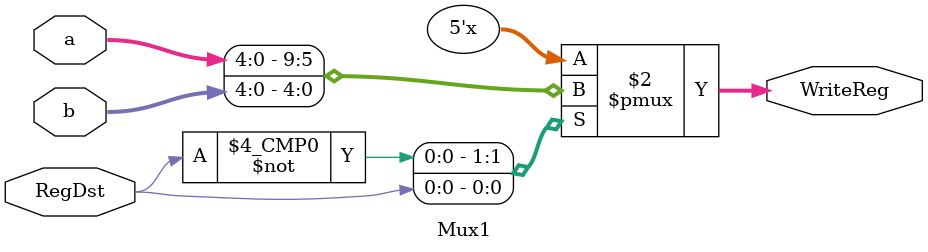
<source format=v>
module Mux1(a, b, RegDst, WriteReg);

	input [4:0] a;
	input [4:0] b;
	input RegDst;
	
	output reg [4:0] WriteReg;

	always @ (RegDst, a, b) begin
		case(RegDst) 
			0 : WriteReg <= a;
			1 : WriteReg <= b;
		endcase
	end
endmodule

</source>
